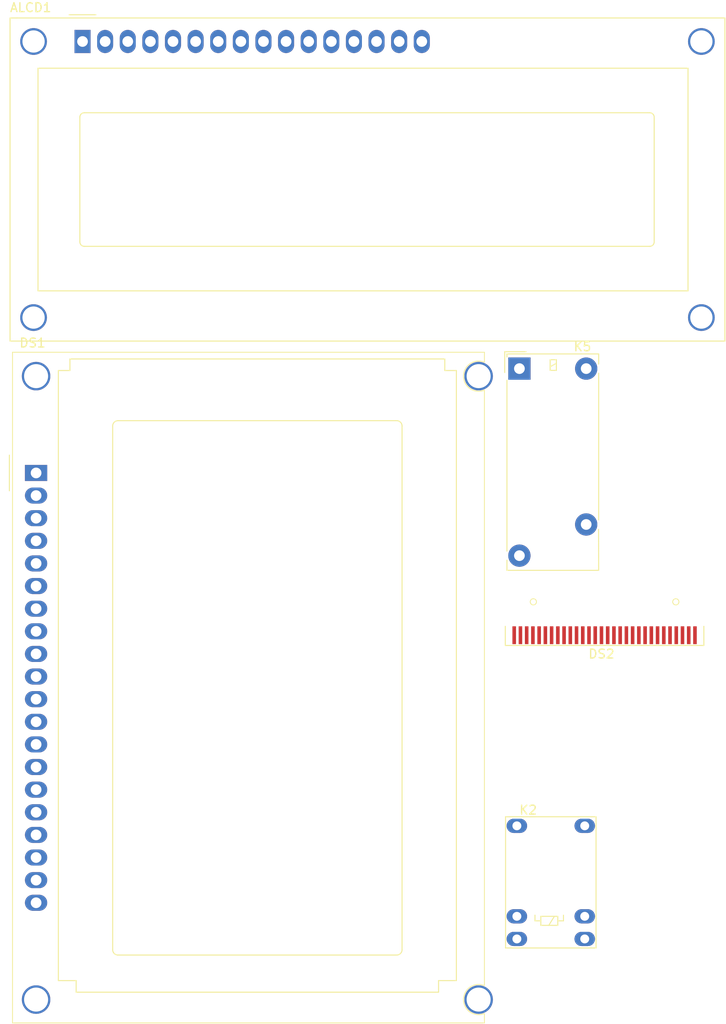
<source format=kicad_pcb>
(kicad_pcb (version 20221018) (generator pcbnew)
  (layers (0 "F.Cu" signal) (31 "B.Cu" signal) (34 "B.Paste" user) (35 "F.Paste" user) (36 "B.SilkS" user "B.Silkscreen") (37 "F.SilkS" user "F.Silkscreen") (38 "B.Mask" user) (39 "F.Mask" user) (44 "Edge.Cuts" user))
  (net 0 "")
  (net 37 "Net-(DS2-GND-Pad1)")
  (footprint "Relay_THT:Relay_SPDT_HJR-4102" (layer "F.Cu") (at 127 143.51)
    (fp_text reference "K2" (at 1.27 -1.778) (layer "F.SilkS"))
    (fp_text value "Relay_6P")
    (fp_line (start -1.27 -1.016) (end 8.89 -1.016) (stroke (width 0.12)) (layer "F.SilkS"))
    (fp_line (start -1.27 13.716) (end -1.27 -1.016) (stroke (width 0.12)) (layer "F.SilkS"))
    (fp_line (start 2.032 10.033) (end 2.032 10.668) (stroke (width 0.12)) (layer "F.SilkS"))
    (fp_line (start 2.032 10.668) (end 2.692 10.668) (stroke (width 0.12)) (layer "F.SilkS"))
    (fp_line (start 2.692 10.16) (end 2.692 11.176) (stroke (width 0.12)) (layer "F.SilkS"))
    (fp_line (start 2.692 11.176) (end 4.597 11.176) (stroke (width 0.12)) (layer "F.SilkS"))
    (fp_line (start 4.216 10.16) (end 3.581 11.176) (stroke (width 0.12)) (layer "F.SilkS"))
    (fp_line (start 4.597 10.16) (end 2.692 10.16) (stroke (width 0.12)) (layer "F.SilkS"))
    (fp_line (start 4.597 10.16) (end 4.597 11.176) (stroke (width 0.12)) (layer "F.SilkS"))
    (fp_line (start 5.232 10.033) (end 5.232 10.668) (stroke (width 0.12)) (layer "F.SilkS"))
    (fp_line (start 5.232 10.668) (end 4.597 10.668) (stroke (width 0.12)) (layer "F.SilkS"))
    (fp_line (start 8.89 -1.016) (end 8.89 13.716) (stroke (width 0.12)) (layer "F.SilkS"))
    (fp_line (start 8.89 13.716) (end -1.27 13.716) (stroke (width 0.12)) (layer "F.SilkS"))
    (pad "1" thru_hole oval (at 0 0) (size 2.3 1.6) (drill 1) (layers "*.Cu" "*.Mask"))
    (pad "5" thru_hole oval (at 0 10.16) (size 2.3 1.6) (drill 1) (layers "*.Cu" "*.Mask"))
    (pad "6" thru_hole oval (at 0 12.7) (size 2.3 1.6) (drill 1) (layers "*.Cu" "*.Mask"))
    (pad "7" thru_hole oval (at 7.62 12.7) (size 2.3 1.6) (drill 1) (layers "*.Cu" "*.Mask"))
    (pad "8" thru_hole oval (at 7.62 10.16) (size 2.3 1.6) (drill 1) (layers "*.Cu" "*.Mask"))
    (pad "12" thru_hole oval (at 7.62 0) (size 2.3 1.6) (drill 1) (layers "*.Cu" "*.Mask"))
  )
  (footprint "Display:OLED-128O064D" (layer "F.Cu") (at 136.85 122.109)
    (fp_text reference "DS2" (at -0.35 2.1) (layer "F.SilkS"))
    (fp_text value "OLED_128x64")
    (fp_line (start -11.15 -1) (end -11.15 1.15) (stroke (width 0.12)) (layer "F.SilkS"))
    (fp_line (start -11.15 1.15) (end 11.15 1.15) (stroke (width 0.12)) (layer "F.SilkS"))
    (fp_line (start 11.15 1.15) (end 11.15 -1) (stroke (width 0.12)) (layer "F.SilkS"))
    (fp_circle (center -8 -3.75) (end -7.65 -3.75) (stroke (width 0.1)) (fill none) (layer "F.SilkS"))
    (fp_circle (center 8 -3.75) (end 8.35 -3.75) (stroke (width 0.1)) (fill none) (layer "F.SilkS"))
    (pad "1" smd rect (at -10.15 0) (size 0.4 2) (layers "F.Cu" "F.Paste" "F.Mask") (net 37 "Net-(DS2-GND-Pad1)"))
    (pad "2" smd rect (at -9.45 0) (size 0.4 2) (layers "F.Cu" "F.Paste" "F.Mask"))
    (pad "3" smd rect (at -8.75 0) (size 0.4 2) (layers "F.Cu" "F.Paste" "F.Mask"))
    (pad "4" smd rect (at -8.05 0) (size 0.4 2) (layers "F.Cu" "F.Paste" "F.Mask"))
    (pad "5" smd rect (at -7.35 0) (size 0.4 2) (layers "F.Cu" "F.Paste" "F.Mask"))
    (pad "6" smd rect (at -6.65 0) (size 0.4 2) (layers "F.Cu" "F.Paste" "F.Mask"))
    (pad "7" smd rect (at -5.95 0) (size 0.4 2) (layers "F.Cu" "F.Paste" "F.Mask"))
    (pad "8" smd rect (at -5.25 0) (size 0.4 2) (layers "F.Cu" "F.Paste" "F.Mask"))
    (pad "9" smd rect (at -4.55 0) (size 0.4 2) (layers "F.Cu" "F.Paste" "F.Mask"))
    (pad "10" smd rect (at -3.85 0) (size 0.4 2) (layers "F.Cu" "F.Paste" "F.Mask"))
    (pad "11" smd rect (at -3.15 0) (size 0.4 2) (layers "F.Cu" "F.Paste" "F.Mask"))
    (pad "12" smd rect (at -2.45 0) (size 0.4 2) (layers "F.Cu" "F.Paste" "F.Mask"))
    (pad "13" smd rect (at -1.75 0) (size 0.4 2) (layers "F.Cu" "F.Paste" "F.Mask"))
    (pad "14" smd rect (at -1.05 0) (size 0.4 2) (layers "F.Cu" "F.Paste" "F.Mask"))
    (pad "15" smd rect (at -0.35 0) (size 0.4 2) (layers "F.Cu" "F.Paste" "F.Mask"))
    (pad "16" smd rect (at 0.35 0) (size 0.4 2) (layers "F.Cu" "F.Paste" "F.Mask"))
    (pad "17" smd rect (at 1.05 0) (size 0.4 2) (layers "F.Cu" "F.Paste" "F.Mask"))
    (pad "18" smd rect (at 1.75 0) (size 0.4 2) (layers "F.Cu" "F.Paste" "F.Mask"))
    (pad "19" smd rect (at 2.45 0) (size 0.4 2) (layers "F.Cu" "F.Paste" "F.Mask"))
    (pad "20" smd rect (at 3.15 0) (size 0.4 2) (layers "F.Cu" "F.Paste" "F.Mask"))
    (pad "21" smd rect (at 3.85 0) (size 0.4 2) (layers "F.Cu" "F.Paste" "F.Mask"))
    (pad "22" smd rect (at 4.55 0) (size 0.4 2) (layers "F.Cu" "F.Paste" "F.Mask"))
    (pad "23" smd rect (at 5.25 0) (size 0.4 2) (layers "F.Cu" "F.Paste" "F.Mask"))
    (pad "24" smd rect (at 5.95 0) (size 0.4 2) (layers "F.Cu" "F.Paste" "F.Mask"))
    (pad "25" smd rect (at 6.65 0) (size 0.4 2) (layers "F.Cu" "F.Paste" "F.Mask"))
    (pad "26" smd rect (at 7.35 0) (size 0.4 2) (layers "F.Cu" "F.Paste" "F.Mask"))
    (pad "27" smd rect (at 8.05 0) (size 0.4 2) (layers "F.Cu" "F.Paste" "F.Mask"))
    (pad "28" smd rect (at 8.75 0) (size 0.4 2) (layers "F.Cu" "F.Paste" "F.Mask"))
    (pad "29" smd rect (at 9.45 0) (size 0.4 2) (layers "F.Cu" "F.Paste" "F.Mask"))
    (pad "30" smd rect (at 10.15 0) (size 0.4 2) (layers "F.Cu" "F.Paste" "F.Mask") (net 37 "Net-(DS2-GND-Pad1)"))
  )
  (footprint "Display:WC1602A" (layer "F.Cu") (at 78.22 55.444)
    (fp_text reference "ALCD1" (at -5.82 -3.81) (layer "F.SilkS"))
    (fp_text value "ALCD_Hitachi")
    (fp_line (start -8.14 -2.64) (end -8.14 33.64) (stroke (width 0.12)) (layer "F.SilkS"))
    (fp_line (start -8.14 33.64) (end 72.14 33.64) (stroke (width 0.12)) (layer "F.SilkS"))
    (fp_line (start -8.13 -2.64) (end -7.34 -2.64) (stroke (width 0.12)) (layer "F.SilkS"))
    (fp_line (start -5 3) (end 68 3) (stroke (width 0.12)) (layer "F.SilkS"))
    (fp_line (start -5 28) (end -5 3) (stroke (width 0.12)) (layer "F.SilkS"))
    (fp_line (start -1.5 -3) (end 1.5 -3) (stroke (width 0.12)) (layer "F.SilkS"))
    (fp_line (start -0.29972 22.49932) (end -0.29972 8.5) (stroke (width 0.12)) (layer "F.SilkS"))
    (fp_line (start 0.2 8) (end 63.7 8) (stroke (width 0.12)) (layer "F.SilkS"))
    (fp_line (start 63.70066 23) (end 0.2 23) (stroke (width 0.12)) (layer "F.SilkS"))
    (fp_line (start 64.2 8.5) (end 64.2 22.5) (stroke (width 0.12)) (layer "F.SilkS"))
    (fp_line (start 68 3) (end 68 28) (stroke (width 0.12)) (layer "F.SilkS"))
    (fp_line (start 68 28) (end -5 28) (stroke (width 0.12)) (layer "F.SilkS"))
    (fp_line (start 72.14 -2.64) (end -7.34 -2.64) (stroke (width 0.12)) (layer "F.SilkS"))
    (fp_line (start 72.14 33.64) (end 72.14 -2.64) (stroke (width 0.12)) (layer "F.SilkS"))
    (fp_arc (start -0.29972 8.49884) (mid -0.153162 8.145018) (end 0.20066 7.99846) (stroke (width 0.12)) (layer "F.SilkS"))
    (fp_arc (start 0.20066 22.9997) (mid -0.153162 22.853142) (end -0.29972 22.49932) (stroke (width 0.12)) (layer "F.SilkS"))
    (fp_arc (start 63.7 8) (mid 64.053553 8.146447) (end 64.2 8.5) (stroke (width 0.12)) (layer "F.SilkS"))
    (fp_arc (start 64.20104 22.49932) (mid 64.054479 22.85315) (end 63.70066 22.9997) (stroke (width 0.12)) (layer "F.SilkS"))
    (pad "" thru_hole circle (at -5.4991 0) (size 3 3) (drill 2.5) (layers "*.Cu" "*.Mask"))
    (pad "" thru_hole circle (at -5.4991 31.0007) (size 3 3) (drill 2.5) (layers "*.Cu" "*.Mask"))
    (pad "" thru_hole circle (at 69.49948 31.0007) (size 3 3) (drill 2.5) (layers "*.Cu" "*.Mask"))
    (pad "" thru_hole circle (at 69.5 0) (size 3 3) (drill 2.5) (layers "*.Cu" "*.Mask"))
    (pad "1" thru_hole rect (at 0 0) (size 1.8 2.6) (drill 1.2) (layers "*.Cu" "*.Mask"))
    (pad "2" thru_hole oval (at 2.54 0) (size 1.8 2.6) (drill 1.2) (layers "*.Cu" "*.Mask"))
    (pad "3" thru_hole oval (at 5.08 0) (size 1.8 2.6) (drill 1.2) (layers "*.Cu" "*.Mask"))
    (pad "4" thru_hole oval (at 7.62 0) (size 1.8 2.6) (drill 1.2) (layers "*.Cu" "*.Mask"))
    (pad "5" thru_hole oval (at 10.16 0) (size 1.8 2.6) (drill 1.2) (layers "*.Cu" "*.Mask"))
    (pad "6" thru_hole oval (at 12.7 0) (size 1.8 2.6) (drill 1.2) (layers "*.Cu" "*.Mask"))
    (pad "7" thru_hole oval (at 15.24 0) (size 1.8 2.6) (drill 1.2) (layers "*.Cu" "*.Mask"))
    (pad "8" thru_hole oval (at 17.78 0) (size 1.8 2.6) (drill 1.2) (layers "*.Cu" "*.Mask"))
    (pad "9" thru_hole oval (at 20.32 0) (size 1.8 2.6) (drill 1.2) (layers "*.Cu" "*.Mask"))
    (pad "10" thru_hole oval (at 22.86 0) (size 1.8 2.6) (drill 1.2) (layers "*.Cu" "*.Mask"))
    (pad "11" thru_hole oval (at 25.4 0) (size 1.8 2.6) (drill 1.2) (layers "*.Cu" "*.Mask"))
    (pad "12" thru_hole oval (at 27.94 0) (size 1.8 2.6) (drill 1.2) (layers "*.Cu" "*.Mask"))
    (pad "13" thru_hole oval (at 30.48 0) (size 1.8 2.6) (drill 1.2) (layers "*.Cu" "*.Mask"))
    (pad "14" thru_hole oval (at 33.02 0) (size 1.8 2.6) (drill 1.2) (layers "*.Cu" "*.Mask"))
    (pad "15" thru_hole oval (at 35.56 0) (size 1.8 2.6) (drill 1.2) (layers "*.Cu" "*.Mask"))
    (pad "16" thru_hole oval (at 38.1 0) (size 1.8 2.6) (drill 1.2) (layers "*.Cu" "*.Mask"))
  )
  (footprint "Display:AG12864E" (layer "F.Cu") (at 73.005 103.889)
    (fp_text reference "DS1" (at -0.4 -14.6) (layer "F.SilkS"))
    (fp_text value "GLCD_128x64")
    (fp_line (start -3 -2) (end -3 2) (stroke (width 0.12)) (layer "F.SilkS"))
    (fp_line (start -2.65 -13.55) (end -2.65 61.75) (stroke (width 0.1)) (layer "F.SilkS"))
    (fp_line (start -2.65 61.75) (end 50.35 61.75) (stroke (width 0.1)) (layer "F.SilkS"))
    (fp_line (start 2.5 57) (end 2.5 -11.5) (stroke (width 0.12)) (layer "F.SilkS"))
    (fp_line (start 2.5 57) (end 4.5 57) (stroke (width 0.12)) (layer "F.SilkS"))
    (fp_line (start 3.8 -12.8) (end 3.8 -11.5) (stroke (width 0.12)) (layer "F.SilkS"))
    (fp_line (start 3.8 -12.8) (end 45.9 -12.8) (stroke (width 0.12)) (layer "F.SilkS"))
    (fp_line (start 3.8 -11.5) (end 2.5 -11.5) (stroke (width 0.12)) (layer "F.SilkS"))
    (fp_line (start 4.5 57) (end 4.5 58.3) (stroke (width 0.12)) (layer "F.SilkS"))
    (fp_line (start 8.6 -5.27) (end 8.6 53.53) (stroke (width 0.12)) (layer "F.SilkS"))
    (fp_line (start 9.2 54.13) (end 40.5 54.13) (stroke (width 0.12)) (layer "F.SilkS"))
    (fp_line (start 40.5 -5.87) (end 9.21 -5.87) (stroke (width 0.12)) (layer "F.SilkS"))
    (fp_line (start 41.1 53.53) (end 41.1 -5.27) (stroke (width 0.12)) (layer "F.SilkS"))
    (fp_line (start 45.2 57) (end 45.2 58.3) (stroke (width 0.12)) (layer "F.SilkS"))
    (fp_line (start 45.2 58.3) (end 4.5 58.3) (stroke (width 0.12)) (layer "F.SilkS"))
    (fp_line (start 45.9 -11.5) (end 45.9 -12.8) (stroke (width 0.12)) (layer "F.SilkS"))
    (fp_line (start 47.2 -11.5) (end 45.9 -11.5) (stroke (width 0.12)) (layer "F.SilkS"))
    (fp_line (start 47.2 -11.5) (end 47.2 57) (stroke (width 0.12)) (layer "F.SilkS"))
    (fp_line (start 47.2 57) (end 45.2 57) (stroke (width 0.12)) (layer "F.SilkS"))
    (fp_line (start 50.35 -13.55) (end -2.65 -13.55) (stroke (width 0.1)) (layer "F.SilkS"))
    (fp_line (start 50.35 -13.54) (end 50.35 -12.44) (stroke (width 0.1)) (layer "F.SilkS"))
    (fp_line (start 50.35 57.55) (end 50.35 -9.3) (stroke (width 0.1)) (layer "F.SilkS"))
    (fp_line (start 50.35 61.75) (end 50.35 60.7) (stroke (width 0.1)) (layer "F.SilkS"))
    (fp_arc (start 8.6 -5.27) (mid 8.775736 -5.694264) (end 9.2 -5.87) (stroke (width 0.12)) (layer "F.SilkS"))
    (fp_arc (start 9.2 54.13) (mid 8.775736 53.954264) (end 8.6 53.53) (stroke (width 0.12)) (layer "F.SilkS"))
    (fp_arc (start 40.5 -5.87) (mid 40.924264 -5.694264) (end 41.1 -5.27) (stroke (width 0.12)) (layer "F.SilkS"))
    (fp_arc (start 41.1 53.53) (mid 40.924264 53.954264) (end 40.5 54.13) (stroke (width 0.12)) (layer "F.SilkS"))
    (fp_arc (start 48.12 -11.49) (mid 49.021177 -12.425635) (end 50.32 -12.45) (stroke (width 0.1)) (layer "F.SilkS"))
    (fp_arc (start 48.12 58.51) (mid 49.021177 57.574365) (end 50.32 57.55) (stroke (width 0.1)) (layer "F.SilkS"))
    (fp_arc (start 49.01 -9.32) (mid 48.116081 -10.261888) (end 48.15 -11.56) (stroke (width 0.1)) (layer "F.SilkS"))
    (fp_arc (start 49.08 60.71) (mid 48.144365 59.808823) (end 48.12 58.51) (stroke (width 0.1)) (layer "F.SilkS"))
    (fp_arc (start 50.31 60.71) (mid 49.014106 60.678564) (end 48.12 59.74) (stroke (width 0.1)) (layer "F.SilkS"))
    (fp_arc (start 50.33 -9.29) (mid 49.028249 -9.307294) (end 48.12 -10.24) (stroke (width 0.1)) (layer "F.SilkS"))
    (pad "" thru_hole circle (at 0 -10.87 270) (size 3.2 3.2) (drill 2.7) (layers "*.Cu" "*.Mask"))
    (pad "" thru_hole circle (at 0 59.13 270) (size 3.2 3.2) (drill 2.7) (layers "*.Cu" "*.Mask"))
    (pad "" thru_hole circle (at 49.7 -10.87 270) (size 3.2 3.2) (drill 2.7) (layers "*.Cu" "*.Mask"))
    (pad "" thru_hole circle (at 49.7 59.13 270) (size 3.2 3.2) (drill 2.7) (layers "*.Cu" "*.Mask"))
    (pad "1" thru_hole rect (at 0 0 270) (size 1.8 2.5) (drill 1.2) (layers "*.Cu" "*.Mask"))
    (pad "2" thru_hole oval (at 0 2.54 270) (size 1.8 2.5) (drill 1.2) (layers "*.Cu" "*.Mask"))
    (pad "3" thru_hole oval (at 0 5.08 270) (size 1.8 2.5) (drill 1.2) (layers "*.Cu" "*.Mask"))
    (pad "4" thru_hole oval (at 0 7.62 270) (size 1.8 2.5) (drill 1.2) (layers "*.Cu" "*.Mask"))
    (pad "5" thru_hole oval (at 0 10.16 270) (size 1.8 2.5) (drill 1.2) (layers "*.Cu" "*.Mask"))
    (pad "6" thru_hole oval (at 0 12.7 270) (size 1.8 2.5) (drill 1.2) (layers "*.Cu" "*.Mask"))
    (pad "7" thru_hole oval (at 0 15.24 270) (size 1.8 2.5) (drill 1.2) (layers "*.Cu" "*.Mask"))
    (pad "8" thru_hole oval (at 0 17.78 270) (size 1.8 2.5) (drill 1.2) (layers "*.Cu" "*.Mask"))
    (pad "9" thru_hole oval (at 0 20.32 270) (size 1.8 2.5) (drill 1.2) (layers "*.Cu" "*.Mask"))
    (pad "10" thru_hole oval (at 0 22.86 270) (size 1.8 2.5) (drill 1.2) (layers "*.Cu" "*.Mask"))
    (pad "11" thru_hole oval (at 0 25.4 270) (size 1.8 2.5) (drill 1.2) (layers "*.Cu" "*.Mask"))
    (pad "12" thru_hole oval (at 0 27.94 270) (size 1.8 2.5) (drill 1.2) (layers "*.Cu" "*.Mask"))
    (pad "13" thru_hole oval (at 0 30.48 270) (size 1.8 2.5) (drill 1.2) (layers "*.Cu" "*.Mask"))
    (pad "14" thru_hole oval (at 0 33.02 270) (size 1.8 2.5) (drill 1.2) (layers "*.Cu" "*.Mask"))
    (pad "15" thru_hole oval (at 0 35.56 270) (size 1.8 2.5) (drill 1.2) (layers "*.Cu" "*.Mask"))
    (pad "16" thru_hole oval (at 0 38.1 270) (size 1.8 2.5) (drill 1.2) (layers "*.Cu" "*.Mask"))
    (pad "17" thru_hole oval (at 0 40.64 270) (size 1.8 2.5) (drill 1.2) (layers "*.Cu" "*.Mask"))
    (pad "18" thru_hole oval (at 0 43.18 270) (size 1.8 2.5) (drill 1.2) (layers "*.Cu" "*.Mask"))
    (pad "19" thru_hole oval (at 0 45.72 270) (size 1.8 2.5) (drill 1.2) (layers "*.Cu" "*.Mask"))
    (pad "20" thru_hole oval (at 0 48.26 270) (size 1.8 2.5) (drill 1.2) (layers "*.Cu" "*.Mask"))
  )
  (footprint "Relay_THT:Relay_1P1T_NO_10x24x18.8mm_Panasonic_ADW11xxxxW_THT" (layer "F.Cu") (at 127.285 92.174)
    (fp_text reference "K5" (at 7.08 -2.46 180) (layer "F.SilkS"))
    (fp_text value "Relay_4P")
    (fp_line (start -1.65 -1.9) (end 0.75 -1.9) (stroke (width 0.12)) (layer "F.SilkS"))
    (fp_line (start -1.65 0.44) (end -1.65 -1.9) (stroke (width 0.12)) (layer "F.SilkS"))
    (fp_line (start -1.4 -1.65) (end -1.4 -1.31) (stroke (width 0.12)) (layer "F.SilkS"))
    (fp_line (start -1.4 1.31) (end -1.4 20.49) (stroke (width 0.12)) (layer "F.SilkS"))
    (fp_line (start -1.4 22.65) (end -1.4 21.51) (stroke (width 0.12)) (layer "F.SilkS"))
    (fp_line (start 3.45 -1) (end 3.45 0.2) (stroke (width 0.12)) (layer "F.SilkS"))
    (fp_line (start 3.45 -0.2) (end 4.15 -0.6) (stroke (width 0.12)) (layer "F.SilkS"))
    (fp_line (start 3.45 0.2) (end 4.15 0.2) (stroke (width 0.12)) (layer "F.SilkS"))
    (fp_line (start 4.15 -1) (end 3.45 -1) (stroke (width 0.12)) (layer "F.SilkS"))
    (fp_line (start 4.15 0.2) (end 4.15 -1) (stroke (width 0.12)) (layer "F.SilkS"))
    (fp_line (start 8.89 18.05) (end 8.9 22.65) (stroke (width 0.12)) (layer "F.SilkS"))
    (fp_line (start 8.9 -1.65) (end -1.4 -1.65) (stroke (width 0.12)) (layer "F.SilkS"))
    (fp_line (start 8.9 -1.65) (end 8.9 -0.51) (stroke (width 0.12)) (layer "F.SilkS"))
    (fp_line (start 8.9 0.51) (end 8.9 16.99) (stroke (width 0.12)) (layer "F.SilkS"))
    (fp_line (start 8.9 22.65) (end -1.4 22.65) (stroke (width 0.12)) (layer "F.SilkS"))
    (pad "1" thru_hole rect (at 0 0) (size 2.5 2.5) (drill 1.2) (layers "*.Cu" "*.Mask"))
    (pad "3" thru_hole oval (at 0 21) (size 2.5 2.5) (drill 1.2) (layers "*.Cu" "*.Mask"))
    (pad "5" thru_hole oval (at 7.5 17.5) (size 2.5 2.5) (drill 1.2) (layers "*.Cu" "*.Mask"))
    (pad "6" thru_hole oval (at 7.5 0) (size 2.5 2.5) (drill 1.2) (layers "*.Cu" "*.Mask"))
  )
)
</source>
